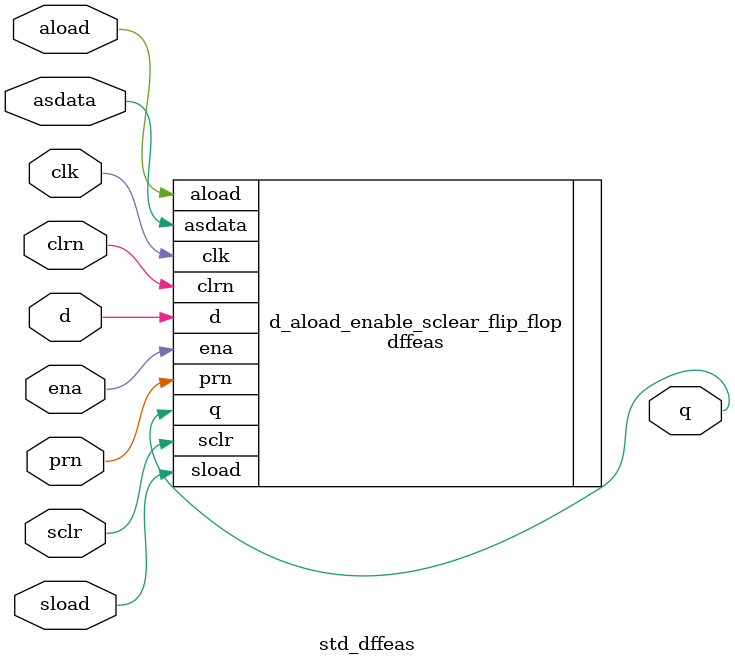
<source format=sv>
module std_dffeas
(
	input d,
	input clk,
	input clrn,
	input prn,
	input ena,
	input asdata,
	input aload,
	input sclr,
	input sload,
	output logic q
);

`ifdef NO_PRIMITIVES

	// In Altera devices, register signals have a set priority.
	// The HDL design should reflect this priority.
	always_ff @(negedge clrn, negedge prn, posedge aload, posedge clk) begin : d_aload_enable_sclear_flip_flop
		// The asynchronous reset signal has highest priority
		if (~clrn) begin
			q <= 1'b0;
		end else if (~prn) begin
			q <= 1'b1;
		end else if (aload) begin
			// Asynchronous load has next priority
			q <= asdata;
		end else begin
			// At a clock edge, if asynchronous signals have not taken priority,
			// respond to the appropriate synchronous signal.
			// Check for synchronous reset, then synchronous load.
			// If none of these takes precedence, update the register output 
			// to be the register input.
			if (ena) begin
				if (sclr) begin
					q <= 1'b0;
				end else if (sload) begin
					q <= asdata;
				end else begin
					q <= d;
				end
			end
		end
	end : d_aload_enable_sclear_flip_flop
	
`else
	
	dffeas d_aload_enable_sclear_flip_flop 
	(
		.d(d), 
		.clk(clk), 
		.clrn(clrn),
		.prn(prn),
		.ena(ena), 
		.asdata(asdata),
		.aload(aload), 
		.sclr(sclr), 
		.sload(sload), 
		.q(q)
	); 
	
`endif

endmodule: std_dffeas
</source>
